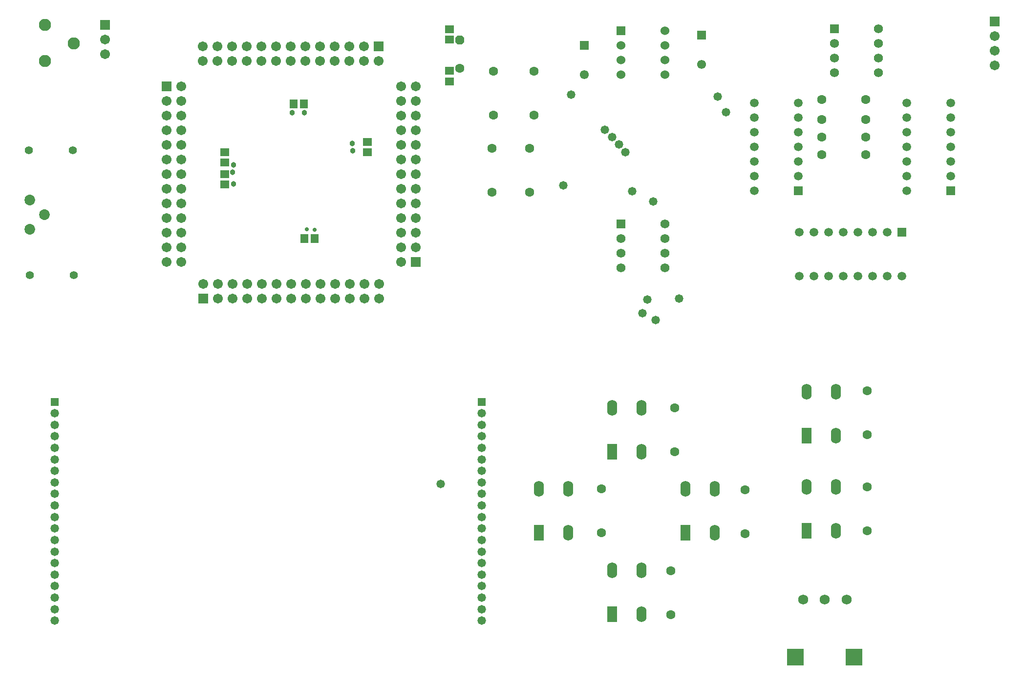
<source format=gbs>
G04*
G04 #@! TF.GenerationSoftware,Altium Limited,Altium Designer,20.0.9 (164)*
G04*
G04 Layer_Color=16711935*
%FSLAX25Y25*%
%MOIN*%
G70*
G01*
G75*
%ADD20R,0.05524X0.06312*%
%ADD21R,0.06312X0.05524*%
%ADD27C,0.06312*%
%ADD28P,0.06832X8X292.5*%
%ADD29C,0.06706*%
%ADD30R,0.06706X0.06706*%
%ADD31C,0.08300*%
%ADD32C,0.06115*%
%ADD33R,0.06115X0.06115*%
%ADD34C,0.07300*%
%ADD35R,0.06000X0.06000*%
%ADD36C,0.06000*%
%ADD37C,0.06800*%
%ADD38R,0.11800X0.11800*%
%ADD39C,0.06200*%
%ADD40R,0.06200X0.06200*%
%ADD41R,0.05900X0.05900*%
%ADD42C,0.05900*%
%ADD43R,0.05900X0.05900*%
%ADD44C,0.05524*%
%ADD45R,0.06706X0.06706*%
%ADD46C,0.05800*%
%ADD47R,0.05800X0.05800*%
%ADD48R,0.06800X0.10800*%
%ADD49O,0.06800X0.10800*%
%ADD50C,0.03800*%
%ADD51C,0.02800*%
D20*
X198543Y400000D02*
D03*
X191457D02*
D03*
X198913Y308000D02*
D03*
X206000D02*
D03*
D21*
X298000Y422587D02*
D03*
Y415500D02*
D03*
X298000Y451043D02*
D03*
Y443957D02*
D03*
X242000Y367000D02*
D03*
Y374087D02*
D03*
X144500Y367087D02*
D03*
Y360000D02*
D03*
X144500Y344957D02*
D03*
Y352043D02*
D03*
D27*
X305000Y424500D02*
D03*
X328000Y392225D02*
D03*
Y422225D02*
D03*
X355500D02*
D03*
Y392225D02*
D03*
X327000Y369725D02*
D03*
Y339725D02*
D03*
X352500D02*
D03*
Y369725D02*
D03*
X581775Y403000D02*
D03*
X551775D02*
D03*
X581775Y377500D02*
D03*
X551775D02*
D03*
X581775Y365500D02*
D03*
X551775D02*
D03*
X581775Y389500D02*
D03*
X551775D02*
D03*
X449000Y81000D02*
D03*
Y51000D02*
D03*
X451500Y192500D02*
D03*
Y162500D02*
D03*
X401500Y137000D02*
D03*
Y107000D02*
D03*
X499500Y136500D02*
D03*
Y106500D02*
D03*
X583000Y138500D02*
D03*
Y108500D02*
D03*
Y204000D02*
D03*
Y174000D02*
D03*
D28*
X305000Y443713D02*
D03*
D29*
X63000Y434000D02*
D03*
Y444000D02*
D03*
X670000Y426500D02*
D03*
Y436500D02*
D03*
Y446500D02*
D03*
X115000Y412000D02*
D03*
X105000Y402000D02*
D03*
X115000D02*
D03*
X105000Y392000D02*
D03*
X115000D02*
D03*
X105000Y382000D02*
D03*
X115000D02*
D03*
X105000Y372000D02*
D03*
X115000D02*
D03*
X105000Y362000D02*
D03*
X115000D02*
D03*
X105000Y352000D02*
D03*
X115000D02*
D03*
X105000Y342000D02*
D03*
X115000D02*
D03*
X105000Y332000D02*
D03*
X115000D02*
D03*
X105000Y322000D02*
D03*
X115000D02*
D03*
X105000Y312000D02*
D03*
X115000D02*
D03*
X105000Y302000D02*
D03*
X115000D02*
D03*
X105000Y292000D02*
D03*
X115000D02*
D03*
X130000Y277000D02*
D03*
X140000Y267000D02*
D03*
Y277000D02*
D03*
X150000Y267000D02*
D03*
Y277000D02*
D03*
X160000Y267000D02*
D03*
Y277000D02*
D03*
X170000Y267000D02*
D03*
Y277000D02*
D03*
X180000Y267000D02*
D03*
Y277000D02*
D03*
X190000Y267000D02*
D03*
Y277000D02*
D03*
X200000Y267000D02*
D03*
Y277000D02*
D03*
X210000Y267000D02*
D03*
Y277000D02*
D03*
X220000Y267000D02*
D03*
Y277000D02*
D03*
X230000Y267000D02*
D03*
Y277000D02*
D03*
X240000Y267000D02*
D03*
Y277000D02*
D03*
X250000Y267000D02*
D03*
Y277000D02*
D03*
X265000Y292000D02*
D03*
X275000Y302000D02*
D03*
X265000D02*
D03*
X275000Y312000D02*
D03*
X265000D02*
D03*
X275000Y322000D02*
D03*
X265000D02*
D03*
X275000Y332000D02*
D03*
X265000D02*
D03*
X275000Y342000D02*
D03*
X265000D02*
D03*
X275000Y352000D02*
D03*
X265000D02*
D03*
X275000Y362000D02*
D03*
X265000D02*
D03*
X275000Y372000D02*
D03*
X265000D02*
D03*
X275000Y382000D02*
D03*
X265000D02*
D03*
X275000Y392000D02*
D03*
X265000D02*
D03*
X275000Y402000D02*
D03*
X265000D02*
D03*
X275000Y412000D02*
D03*
X265000D02*
D03*
X249500Y429500D02*
D03*
X239500Y439500D02*
D03*
Y429500D02*
D03*
X229500Y439500D02*
D03*
Y429500D02*
D03*
X219500Y439500D02*
D03*
Y429500D02*
D03*
X209500Y439500D02*
D03*
Y429500D02*
D03*
X199500Y439500D02*
D03*
Y429500D02*
D03*
X189500Y439500D02*
D03*
Y429500D02*
D03*
X179500Y439500D02*
D03*
Y429500D02*
D03*
X169500Y439500D02*
D03*
Y429500D02*
D03*
X159500Y439500D02*
D03*
Y429500D02*
D03*
X149500Y439500D02*
D03*
Y429500D02*
D03*
X139500Y439500D02*
D03*
Y429500D02*
D03*
X129500Y439500D02*
D03*
Y429500D02*
D03*
D30*
X63000Y454000D02*
D03*
X670000Y456500D02*
D03*
X105000Y412000D02*
D03*
X275000Y292000D02*
D03*
D31*
X22000Y429500D02*
D03*
X41685Y441311D02*
D03*
X22000Y453909D02*
D03*
D32*
X470000Y427157D02*
D03*
X390000Y420157D02*
D03*
D33*
X470000Y446842D02*
D03*
X390000Y439843D02*
D03*
D34*
X11500Y314500D02*
D03*
X21500Y324500D02*
D03*
X11500Y334500D02*
D03*
D35*
X415000Y450000D02*
D03*
D36*
Y440000D02*
D03*
Y430000D02*
D03*
Y420000D02*
D03*
X445000D02*
D03*
Y430000D02*
D03*
Y440000D02*
D03*
Y450000D02*
D03*
D37*
X568750Y61300D02*
D03*
X554000D02*
D03*
X539250D02*
D03*
D38*
X574000Y22000D02*
D03*
X534000D02*
D03*
D39*
X445000Y318000D02*
D03*
Y308000D02*
D03*
Y298000D02*
D03*
Y288000D02*
D03*
X415000D02*
D03*
Y298000D02*
D03*
Y308000D02*
D03*
X590500Y451500D02*
D03*
Y441500D02*
D03*
Y431500D02*
D03*
Y421500D02*
D03*
X560500D02*
D03*
Y431500D02*
D03*
Y441500D02*
D03*
D40*
X415000Y318000D02*
D03*
X560500Y451500D02*
D03*
D41*
X640000Y340725D02*
D03*
X536000D02*
D03*
D42*
X640000Y350725D02*
D03*
Y360725D02*
D03*
Y370725D02*
D03*
Y380725D02*
D03*
Y390725D02*
D03*
Y400725D02*
D03*
X610000D02*
D03*
Y390725D02*
D03*
Y380725D02*
D03*
Y370725D02*
D03*
Y360725D02*
D03*
Y350725D02*
D03*
Y340725D02*
D03*
X536000Y350725D02*
D03*
Y360725D02*
D03*
Y370725D02*
D03*
Y380725D02*
D03*
Y390725D02*
D03*
Y400725D02*
D03*
X506000D02*
D03*
Y390725D02*
D03*
Y380725D02*
D03*
Y370725D02*
D03*
Y360725D02*
D03*
Y350725D02*
D03*
Y340725D02*
D03*
X606500Y282500D02*
D03*
X596500D02*
D03*
X586500D02*
D03*
X576500D02*
D03*
X566500D02*
D03*
X556500D02*
D03*
X546500D02*
D03*
X536500D02*
D03*
Y312500D02*
D03*
X546500D02*
D03*
X556500D02*
D03*
X566500D02*
D03*
X576500D02*
D03*
X586500D02*
D03*
X596500D02*
D03*
D43*
X606500D02*
D03*
D44*
X11000Y368500D02*
D03*
X41000D02*
D03*
X41500Y283000D02*
D03*
X11500D02*
D03*
D45*
X130000Y267000D02*
D03*
X249500Y439500D02*
D03*
D46*
X28500Y141382D02*
D03*
Y157130D02*
D03*
Y180752D02*
D03*
Y172878D02*
D03*
Y165004D02*
D03*
Y149256D02*
D03*
Y188626D02*
D03*
Y133508D02*
D03*
Y125634D02*
D03*
Y70516D02*
D03*
Y86264D02*
D03*
Y102012D02*
D03*
Y94138D02*
D03*
Y78390D02*
D03*
Y117760D02*
D03*
Y62642D02*
D03*
Y54768D02*
D03*
Y109886D02*
D03*
Y46894D02*
D03*
X319839Y141382D02*
D03*
Y157130D02*
D03*
Y180752D02*
D03*
Y172878D02*
D03*
Y165004D02*
D03*
Y149256D02*
D03*
Y188626D02*
D03*
Y133508D02*
D03*
Y125634D02*
D03*
Y70516D02*
D03*
Y86264D02*
D03*
Y102012D02*
D03*
Y94138D02*
D03*
Y78390D02*
D03*
Y117760D02*
D03*
Y62642D02*
D03*
Y54768D02*
D03*
Y109886D02*
D03*
Y46894D02*
D03*
X375500Y344500D02*
D03*
X381000Y406500D02*
D03*
X433000Y266500D02*
D03*
X454500Y267000D02*
D03*
X438500Y252500D02*
D03*
X429500Y257000D02*
D03*
X436750Y333250D02*
D03*
X481000Y405000D02*
D03*
X486500Y394500D02*
D03*
X292000Y140500D02*
D03*
X422500Y340500D02*
D03*
X418000Y367000D02*
D03*
X404000Y382500D02*
D03*
X409000Y377500D02*
D03*
X413500Y372500D02*
D03*
D47*
X28500Y196500D02*
D03*
X319839D02*
D03*
D48*
X409000Y51500D02*
D03*
Y162500D02*
D03*
X359000Y107000D02*
D03*
X459000D02*
D03*
X541500Y108500D02*
D03*
Y173500D02*
D03*
D49*
X409000Y81500D02*
D03*
X429000D02*
D03*
Y51500D02*
D03*
X409000Y192500D02*
D03*
X429000D02*
D03*
Y162500D02*
D03*
X359000Y137000D02*
D03*
X379000D02*
D03*
Y107000D02*
D03*
X459000Y137000D02*
D03*
X479000D02*
D03*
Y107000D02*
D03*
X541500Y138500D02*
D03*
X561500D02*
D03*
Y108500D02*
D03*
X541500Y203500D02*
D03*
X561500D02*
D03*
Y173500D02*
D03*
D50*
X232000Y368000D02*
D03*
X150500Y358500D02*
D03*
X199000Y394000D02*
D03*
X150500Y345500D02*
D03*
X190500Y394000D02*
D03*
X150000Y353500D02*
D03*
X231500Y373000D02*
D03*
D51*
X200500Y314500D02*
D03*
X206000Y314000D02*
D03*
M02*

</source>
